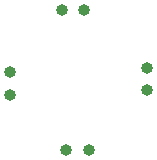
<source format=gbr>
%TF.GenerationSoftware,KiCad,Pcbnew,9.0.0*%
%TF.CreationDate,2025-04-14T10:38:46-04:00*%
%TF.ProjectId,leftPCB,6c656674-5043-4422-9e6b-696361645f70,rev?*%
%TF.SameCoordinates,Original*%
%TF.FileFunction,Paste,Top*%
%TF.FilePolarity,Positive*%
%FSLAX46Y46*%
G04 Gerber Fmt 4.6, Leading zero omitted, Abs format (unit mm)*
G04 Created by KiCad (PCBNEW 9.0.0) date 2025-04-14 10:38:46*
%MOMM*%
%LPD*%
G01*
G04 APERTURE LIST*
%ADD10O,1.000000X1.000000*%
G04 APERTURE END LIST*
D10*
%TO.C,SW1*%
X135502000Y-76183000D03*
X133597000Y-76183000D03*
%TD*%
%TO.C,SW4*%
X140825800Y-83013100D03*
X140825800Y-81108100D03*
%TD*%
%TO.C,SW3*%
X129174900Y-81489100D03*
X129174900Y-83394100D03*
%TD*%
%TO.C,SW2*%
X133988200Y-88075300D03*
X135893200Y-88075300D03*
%TD*%
M02*

</source>
